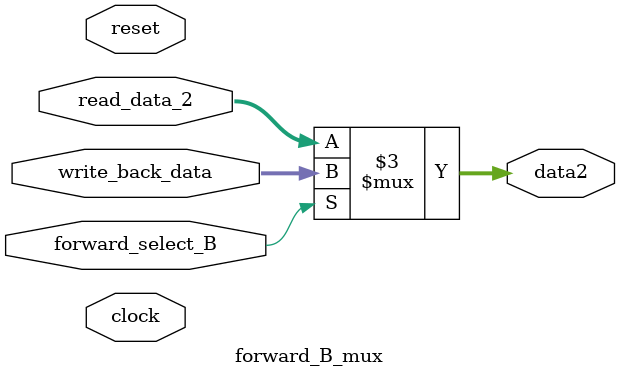
<source format=sv>
module forward_B_mux (
    input logic [31:0] write_back_data,read_data_2,
    input logic clock,reset,forward_select_B,
    output logic [31:0]data2 
);
always_comb begin : forward_B_mux
 if (forward_select_B) begin
    data2<=write_back_data;
    
 end
 else begin
    data2 <= read_data_2;
 end
    
end
    
endmodule
</source>
